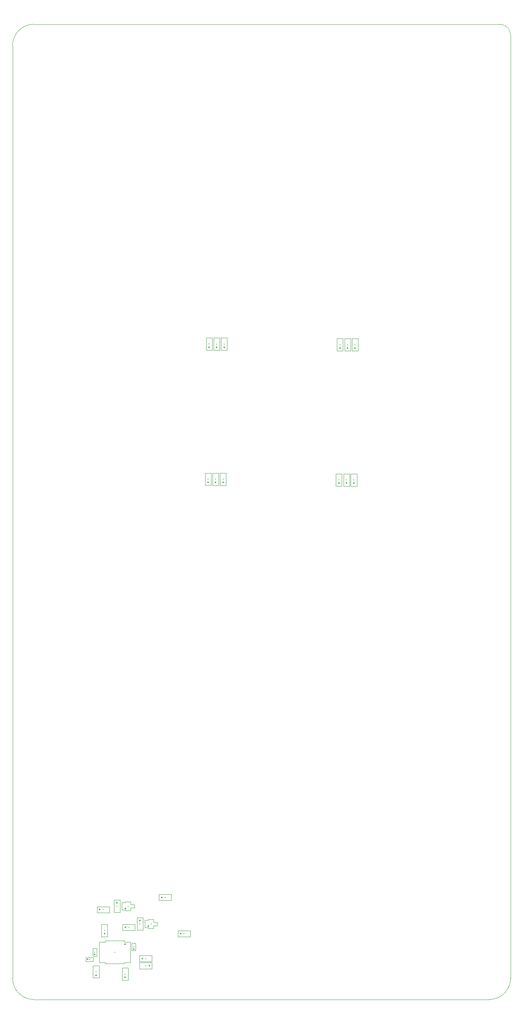
<source format=gbr>
%TF.GenerationSoftware,KiCad,Pcbnew,9.0.3*%
%TF.CreationDate,2025-09-16T13:45:05-04:00*%
%TF.ProjectId,WARM_TPC_Shaper,5741524d-5f54-4504-935f-536861706572,rev?*%
%TF.SameCoordinates,Original*%
%TF.FileFunction,Component,L10,Bot*%
%TF.FilePolarity,Positive*%
%FSLAX46Y46*%
G04 Gerber Fmt 4.6, Leading zero omitted, Abs format (unit mm)*
G04 Created by KiCad (PCBNEW 9.0.3) date 2025-09-16 13:45:05*
%MOMM*%
%LPD*%
G01*
G04 APERTURE LIST*
%TA.AperFunction,ComponentMain*%
%ADD10C,0.300000*%
%TD*%
%TA.AperFunction,ComponentOutline,Courtyard*%
%ADD11C,0.100000*%
%TD*%
%TA.AperFunction,ComponentPin*%
%ADD12P,0.360000X4X0.000000*%
%TD*%
%TA.AperFunction,ComponentPin*%
%ADD13C,0.100000*%
%TD*%
%TA.AperFunction,Profile*%
%ADD14C,0.050000*%
%TD*%
G04 APERTURE END LIST*
D10*
%TO.C,R53*%
%TO.CFtp,R_0603_1608Metric*%
%TO.CVal,10k*%
%TO.CLbN,Resistor_SMD*%
%TO.CMnt,SMD*%
%TO.CRot,-90*%
X131776200Y-260035000D03*
D11*
X132501200Y-258560000D02*
X132501200Y-261510000D01*
X131051200Y-261510000D01*
X131051200Y-258560000D01*
X132501200Y-258560000D01*
D12*
%TO.P,R53,1*%
X131776200Y-260860000D03*
D13*
%TO.P,R53,2*%
X131776200Y-259210000D03*
%TD*%
D10*
%TO.C,R42*%
%TO.CFtp,R_0603_1608Metric*%
%TO.CVal,100k*%
%TO.CLbN,Resistor_SMD*%
%TO.CMnt,SMD*%
%TO.CRot,90*%
X142316199Y-248584999D03*
D11*
X143041199Y-247109999D02*
X143041199Y-250059999D01*
X141591199Y-250059999D01*
X141591199Y-247109999D01*
X143041199Y-247109999D01*
D12*
%TO.P,R42,1*%
X142316199Y-247759999D03*
D13*
%TO.P,R42,2*%
X142316199Y-249409999D03*
%TD*%
D10*
%TO.C,R43*%
%TO.CFtp,R_0603_1608Metric*%
%TO.CVal,49.9*%
%TO.CLbN,Resistor_SMD*%
%TO.CMnt,SMD*%
%TO.CRot,180*%
X152896199Y-250924999D03*
D11*
X154371199Y-250199999D02*
X154371199Y-251649999D01*
X151421199Y-251649999D01*
X151421199Y-250199999D01*
X154371199Y-250199999D01*
D12*
%TO.P,R43,1*%
X152071199Y-250924999D03*
D13*
%TO.P,R43,2*%
X153721199Y-250924999D03*
%TD*%
D10*
%TO.C,U16*%
%TO.CFtp,R_8_ADI*%
%TO.CVal,LTC2051HVCS5-TRMPBF*%
%TO.CLbN,Analog_Devices*%
%TO.CMnt,SMD*%
%TO.CRot,0*%
X136266200Y-255375000D03*
D11*
X138509100Y-252624100D02*
X138509100Y-252941600D01*
X139969600Y-252941600D01*
X139969600Y-257808400D01*
X138509100Y-257808400D01*
X138509100Y-258125900D01*
X134023300Y-258125900D01*
X134023300Y-257808400D01*
X132562800Y-257808400D01*
X132562800Y-252941600D01*
X134023300Y-252941600D01*
X134023300Y-252624100D01*
X138509100Y-252624100D01*
D12*
%TO.P,U16,1,A_OUT*%
X138730000Y-253470000D03*
D13*
%TO.P,U16,2,-INA*%
X138730000Y-254740000D03*
%TO.P,U16,3,+INA*%
X138730000Y-256010000D03*
%TO.P,U16,4,VSS*%
X138730000Y-257280000D03*
%TO.P,U16,5,+INB*%
X133802400Y-257280000D03*
%TO.P,U16,6,-INB*%
X133802400Y-256010000D03*
%TO.P,U16,7,B_OUT*%
X133802400Y-254740000D03*
%TO.P,U16,8,VCC*%
X133802400Y-253470000D03*
%TD*%
D10*
%TO.C,C7*%
%TO.CFtp,C_0603_1608Metric*%
%TO.CVal,1uF*%
%TO.CLbN,Capacitor_SMD*%
%TO.CMnt,SMD*%
%TO.CRot,-90*%
X193860000Y-109820000D03*
D11*
X194585000Y-108345000D02*
X194585000Y-111295000D01*
X193135000Y-111295000D01*
X193135000Y-108345000D01*
X194585000Y-108345000D01*
D12*
%TO.P,C7,1*%
X193860000Y-110595000D03*
D13*
%TO.P,C7,2*%
X193860000Y-109045000D03*
%TD*%
D10*
%TO.C,C13*%
%TO.CFtp,C_0603_1608Metric*%
%TO.CVal,0.1uF*%
%TO.CLbN,Capacitor_SMD*%
%TO.CMnt,SMD*%
%TO.CRot,-90*%
X191817500Y-142210000D03*
D11*
X192542500Y-140735000D02*
X192542500Y-143685000D01*
X191092500Y-143685000D01*
X191092500Y-140735000D01*
X192542500Y-140735000D01*
D12*
%TO.P,C13,1*%
X191817500Y-142985000D03*
D13*
%TO.P,C13,2*%
X191817500Y-141435000D03*
%TD*%
D10*
%TO.C,C3*%
%TO.CFtp,C_0603_1608Metric*%
%TO.CVal,0.1uF*%
%TO.CLbN,Capacitor_SMD*%
%TO.CMnt,SMD*%
%TO.CRot,-90*%
X160690000Y-109630000D03*
D11*
X161415000Y-108155000D02*
X161415000Y-111105000D01*
X159965000Y-111105000D01*
X159965000Y-108155000D01*
X161415000Y-108155000D01*
D12*
%TO.P,C3,1*%
X160690000Y-110405000D03*
D13*
%TO.P,C3,2*%
X160690000Y-108855000D03*
%TD*%
D10*
%TO.C,C9*%
%TO.CFtp,C_0603_1608Metric*%
%TO.CVal,1uF*%
%TO.CLbN,Capacitor_SMD*%
%TO.CMnt,SMD*%
%TO.CRot,-90*%
X162217500Y-142020000D03*
D11*
X162942500Y-140545000D02*
X162942500Y-143495000D01*
X161492500Y-143495000D01*
X161492500Y-140545000D01*
X162942500Y-140545000D01*
D12*
%TO.P,C9,1*%
X162217500Y-142795000D03*
D13*
%TO.P,C9,2*%
X162217500Y-141245000D03*
%TD*%
D10*
%TO.C,C8*%
%TO.CFtp,C_0603_1608Metric*%
%TO.CVal,0.1uF*%
%TO.CLbN,Capacitor_SMD*%
%TO.CMnt,SMD*%
%TO.CRot,-90*%
X133796200Y-250155000D03*
D11*
X134521200Y-248680000D02*
X134521200Y-251630000D01*
X133071200Y-251630000D01*
X133071200Y-248680000D01*
X134521200Y-248680000D01*
D12*
%TO.P,C8,1*%
X133796200Y-250930000D03*
D13*
%TO.P,C8,2*%
X133796200Y-249380000D03*
%TD*%
D10*
%TO.C,C4*%
%TO.CFtp,C_0603_1608Metric*%
%TO.CVal,0.01uF*%
%TO.CLbN,Capacitor_SMD*%
%TO.CMnt,SMD*%
%TO.CRot,-90*%
X158910000Y-109620000D03*
D11*
X159635000Y-108145000D02*
X159635000Y-111095000D01*
X158185000Y-111095000D01*
X158185000Y-108145000D01*
X159635000Y-108145000D01*
D12*
%TO.P,C4,1*%
X158910000Y-110395000D03*
D13*
%TO.P,C4,2*%
X158910000Y-108845000D03*
%TD*%
D10*
%TO.C,C12*%
%TO.CFtp,C_0603_1608Metric*%
%TO.CVal,0.01uF*%
%TO.CLbN,Capacitor_SMD*%
%TO.CMnt,SMD*%
%TO.CRot,-90*%
X189987500Y-142210000D03*
D11*
X190712500Y-140735000D02*
X190712500Y-143685000D01*
X189262500Y-143685000D01*
X189262500Y-140735000D01*
X190712500Y-140735000D01*
D12*
%TO.P,C12,1*%
X189987500Y-142985000D03*
D13*
%TO.P,C12,2*%
X189987500Y-141435000D03*
%TD*%
D10*
%TO.C,C15*%
%TO.CFtp,C_0603_1608Metric*%
%TO.CVal,0.1uF*%
%TO.CLbN,Capacitor_SMD*%
%TO.CMnt,SMD*%
%TO.CRot,-90*%
X138746200Y-260605000D03*
D11*
X139471200Y-259130000D02*
X139471200Y-262080000D01*
X138021200Y-262080000D01*
X138021200Y-259130000D01*
X139471200Y-259130000D01*
D12*
%TO.P,C15,1*%
X138746200Y-261380000D03*
D13*
%TO.P,C15,2*%
X138746200Y-259830000D03*
%TD*%
D10*
%TO.C,C11*%
%TO.CFtp,C_0603_1608Metric*%
%TO.CVal,0.01uF*%
%TO.CLbN,Capacitor_SMD*%
%TO.CMnt,SMD*%
%TO.CRot,-90*%
X158637500Y-142010000D03*
D11*
X159362500Y-140535000D02*
X159362500Y-143485000D01*
X157912500Y-143485000D01*
X157912500Y-140535000D01*
X159362500Y-140535000D01*
D12*
%TO.P,C11,1*%
X158637500Y-142785000D03*
D13*
%TO.P,C11,2*%
X158637500Y-141235000D03*
%TD*%
D10*
%TO.C,R32*%
%TO.CFtp,R_0603_1608Metric*%
%TO.CVal,10k*%
%TO.CLbN,Resistor_SMD*%
%TO.CMnt,SMD*%
%TO.CRot,180*%
X143696200Y-256885000D03*
D11*
X145171200Y-256160000D02*
X145171200Y-257610000D01*
X142221200Y-257610000D01*
X142221200Y-256160000D01*
X145171200Y-256160000D01*
D12*
%TO.P,R32,1*%
X142871200Y-256885000D03*
D13*
%TO.P,R32,2*%
X144521200Y-256885000D03*
%TD*%
D10*
%TO.C,R41*%
%TO.CFtp,R_0603_1608Metric*%
%TO.CVal,49.9*%
%TO.CLbN,Resistor_SMD*%
%TO.CMnt,SMD*%
%TO.CRot,180*%
X139616199Y-249404999D03*
D11*
X141091199Y-248679999D02*
X141091199Y-250129999D01*
X138141199Y-250129999D01*
X138141199Y-248679999D01*
X141091199Y-248679999D01*
D12*
%TO.P,R41,1*%
X138791199Y-249404999D03*
D13*
%TO.P,R41,2*%
X140441199Y-249404999D03*
%TD*%
D10*
%TO.C,R44*%
%TO.CFtp,R_0603_1608Metric*%
%TO.CVal,49.9*%
%TO.CLbN,Resistor_SMD*%
%TO.CMnt,SMD*%
%TO.CRot,180*%
X133486200Y-245155000D03*
D11*
X134961200Y-244430000D02*
X134961200Y-245880000D01*
X132011200Y-245880000D01*
X132011200Y-244430000D01*
X134961200Y-244430000D01*
D12*
%TO.P,R44,1*%
X132661200Y-245155000D03*
D13*
%TO.P,R44,2*%
X134311200Y-245155000D03*
%TD*%
D10*
%TO.C,M3*%
%TO.CFtp,SSM_TOS*%
%TO.CVal,SSM3K15AFS_LF*%
%TO.CLbN,Toshiba_Semi*%
%TO.CMnt,SMD*%
%TO.CRot,-90*%
X144946199Y-248594999D03*
D11*
X145595199Y-247545999D02*
X145595199Y-248195999D01*
X146450798Y-248195999D01*
X146450798Y-248993999D01*
X145595199Y-248993999D01*
X145595199Y-249643999D01*
X144297199Y-249643999D01*
X144297199Y-249493999D01*
X143441600Y-249493999D01*
X143441600Y-247695999D01*
X144297199Y-247695999D01*
X144297199Y-247545999D01*
X145595199Y-247545999D01*
D12*
%TO.P,M3,1,1*%
X144271199Y-249094998D03*
D13*
%TO.P,M3,2,2*%
X144271199Y-248095000D03*
%TO.P,M3,3,3*%
X145621199Y-248594999D03*
%TD*%
D10*
%TO.C,R50*%
%TO.CFtp,R_0603_1608Metric*%
%TO.CVal,49.9*%
%TO.CLbN,Resistor_SMD*%
%TO.CMnt,SMD*%
%TO.CRot,180*%
X148346200Y-242225000D03*
D11*
X149821200Y-241500000D02*
X149821200Y-242950000D01*
X146871200Y-242950000D01*
X146871200Y-241500000D01*
X149821200Y-241500000D01*
D12*
%TO.P,R50,1*%
X147521200Y-242225000D03*
D13*
%TO.P,R50,2*%
X149171200Y-242225000D03*
%TD*%
D10*
%TO.C,R49*%
%TO.CFtp,R_0603_1608Metric*%
%TO.CVal,100k*%
%TO.CLbN,Resistor_SMD*%
%TO.CMnt,SMD*%
%TO.CRot,90*%
X136786200Y-244355000D03*
D11*
X137511200Y-242880000D02*
X137511200Y-245830000D01*
X136061200Y-245830000D01*
X136061200Y-242880000D01*
X137511200Y-242880000D01*
D12*
%TO.P,R49,1*%
X136786200Y-243530000D03*
D13*
%TO.P,R49,2*%
X136786200Y-245180000D03*
%TD*%
D10*
%TO.C,M4*%
%TO.CFtp,SSM_TOS*%
%TO.CVal,SSM3K15AFS_LF*%
%TO.CLbN,Toshiba_Semi*%
%TO.CMnt,SMD*%
%TO.CRot,-90*%
X139466200Y-244345000D03*
D11*
X140115200Y-243296000D02*
X140115200Y-243946000D01*
X140970799Y-243946000D01*
X140970799Y-244744000D01*
X140115200Y-244744000D01*
X140115200Y-245394000D01*
X138817200Y-245394000D01*
X138817200Y-245244000D01*
X137961601Y-245244000D01*
X137961601Y-243446000D01*
X138817200Y-243446000D01*
X138817200Y-243296000D01*
X140115200Y-243296000D01*
D12*
%TO.P,M4,1,1*%
X138791200Y-244844999D03*
D13*
%TO.P,M4,2,2*%
X138791200Y-243845001D03*
%TO.P,M4,3,3*%
X140141200Y-244345000D03*
%TD*%
D10*
%TO.C,C2*%
%TO.CFtp,C_0603_1608Metric*%
%TO.CVal,1uF*%
%TO.CLbN,Capacitor_SMD*%
%TO.CMnt,SMD*%
%TO.CRot,-90*%
X162490000Y-109630000D03*
D11*
X163215000Y-108155000D02*
X163215000Y-111105000D01*
X161765000Y-111105000D01*
X161765000Y-108155000D01*
X163215000Y-108155000D01*
D12*
%TO.P,C2,1*%
X162490000Y-110405000D03*
D13*
%TO.P,C2,2*%
X162490000Y-108855000D03*
%TD*%
D10*
%TO.C,C14*%
%TO.CFtp,C_0603_1608Metric*%
%TO.CVal,1uF*%
%TO.CLbN,Capacitor_SMD*%
%TO.CMnt,SMD*%
%TO.CRot,-90*%
X193587500Y-142210000D03*
D11*
X194312500Y-140735000D02*
X194312500Y-143685000D01*
X192862500Y-143685000D01*
X192862500Y-140735000D01*
X194312500Y-140735000D01*
D12*
%TO.P,C14,1*%
X193587500Y-142985000D03*
D13*
%TO.P,C14,2*%
X193587500Y-141435000D03*
%TD*%
D10*
%TO.C,R40*%
%TO.CFtp,R_0402_1005Metric*%
%TO.CVal,10k*%
%TO.CLbN,Resistor_SMD*%
%TO.CMnt,SMD*%
%TO.CRot,-90*%
X140796200Y-254075000D03*
D11*
X141261200Y-253150000D02*
X141261200Y-255000000D01*
X140331200Y-255000000D01*
X140331200Y-253150000D01*
X141261200Y-253150000D01*
D12*
%TO.P,R40,1*%
X140796200Y-254585000D03*
D13*
%TO.P,R40,2*%
X140796200Y-253565000D03*
%TD*%
D10*
%TO.C,R39*%
%TO.CFtp,R_0603_1608Metric*%
%TO.CVal,10k*%
%TO.CLbN,Resistor_SMD*%
%TO.CMnt,SMD*%
%TO.CRot,0*%
X143696200Y-258595000D03*
D11*
X145171200Y-257870000D02*
X145171200Y-259320000D01*
X142221200Y-259320000D01*
X142221200Y-257870000D01*
X145171200Y-257870000D01*
D12*
%TO.P,R39,1*%
X144521200Y-258595000D03*
D13*
%TO.P,R39,2*%
X142871200Y-258595000D03*
%TD*%
D10*
%TO.C,R52*%
%TO.CFtp,R_0402_1005Metric*%
%TO.CVal,10k*%
%TO.CLbN,Resistor_SMD*%
%TO.CMnt,SMD*%
%TO.CRot,180*%
X130216200Y-257095000D03*
D11*
X131141200Y-256630000D02*
X131141200Y-257560000D01*
X129291200Y-257560000D01*
X129291200Y-256630000D01*
X131141200Y-256630000D01*
D12*
%TO.P,R52,1*%
X129706200Y-257095000D03*
D13*
%TO.P,R52,2*%
X130726200Y-257095000D03*
%TD*%
D10*
%TO.C,C6*%
%TO.CFtp,C_0603_1608Metric*%
%TO.CVal,0.1uF*%
%TO.CLbN,Capacitor_SMD*%
%TO.CMnt,SMD*%
%TO.CRot,-90*%
X192090000Y-109820000D03*
D11*
X192815000Y-108345000D02*
X192815000Y-111295000D01*
X191365000Y-111295000D01*
X191365000Y-108345000D01*
X192815000Y-108345000D01*
D12*
%TO.P,C6,1*%
X192090000Y-110595000D03*
D13*
%TO.P,C6,2*%
X192090000Y-109045000D03*
%TD*%
D10*
%TO.C,R51*%
%TO.CFtp,R_0402_1005Metric*%
%TO.CVal,10k*%
%TO.CLbN,Resistor_SMD*%
%TO.CMnt,SMD*%
%TO.CRot,-90*%
X131456200Y-255375000D03*
D11*
X131921200Y-254450000D02*
X131921200Y-256300000D01*
X130991200Y-256300000D01*
X130991200Y-254450000D01*
X131921200Y-254450000D01*
D12*
%TO.P,R51,1*%
X131456200Y-255885000D03*
D13*
%TO.P,R51,2*%
X131456200Y-254865000D03*
%TD*%
D10*
%TO.C,C5*%
%TO.CFtp,C_0603_1608Metric*%
%TO.CVal,0.01uF*%
%TO.CLbN,Capacitor_SMD*%
%TO.CMnt,SMD*%
%TO.CRot,-90*%
X190260000Y-109820000D03*
D11*
X190985000Y-108345000D02*
X190985000Y-111295000D01*
X189535000Y-111295000D01*
X189535000Y-108345000D01*
X190985000Y-108345000D01*
D12*
%TO.P,C5,1*%
X190260000Y-110595000D03*
D13*
%TO.P,C5,2*%
X190260000Y-109045000D03*
%TD*%
D10*
%TO.C,C10*%
%TO.CFtp,C_0603_1608Metric*%
%TO.CVal,0.1uF*%
%TO.CLbN,Capacitor_SMD*%
%TO.CMnt,SMD*%
%TO.CRot,-90*%
X160417500Y-142020000D03*
D11*
X161142500Y-140545000D02*
X161142500Y-143495000D01*
X159692500Y-143495000D01*
X159692500Y-140545000D01*
X161142500Y-140545000D01*
D12*
%TO.P,C10,1*%
X160417500Y-142795000D03*
D13*
%TO.P,C10,2*%
X160417500Y-141245000D03*
%TD*%
D14*
X231140000Y-38100000D02*
X231140000Y-261620000D01*
X231140000Y-38100000D02*
X231140000Y-35560000D01*
X111760000Y-38100000D02*
G75*
G02*
X116840000Y-33020000I5080000J0D01*
G01*
X193040000Y-33020000D02*
X228600000Y-33020000D01*
X193040000Y-266700000D02*
X116840000Y-266700000D01*
X116840000Y-266700000D02*
G75*
G02*
X111760000Y-261620000I0J5080000D01*
G01*
X111760000Y-261620000D02*
X111760000Y-231140000D01*
X231140000Y-261620000D02*
G75*
G02*
X226060000Y-266700000I-5080000J0D01*
G01*
X111760000Y-231140000D02*
X111760000Y-203200000D01*
X228600000Y-33020000D02*
G75*
G02*
X231140000Y-35560000I0J-2540000D01*
G01*
X226060000Y-266700000D02*
X193040000Y-266700000D01*
X116840000Y-33020000D02*
X193040000Y-33020000D01*
X111760000Y-76200000D02*
X111760000Y-38100000D01*
X111760000Y-203200000D02*
X111760000Y-76200000D01*
M02*

</source>
